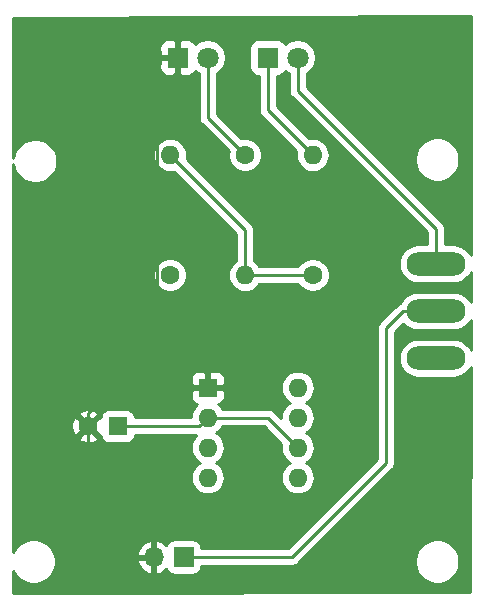
<source format=gbr>
G04 #@! TF.GenerationSoftware,KiCad,Pcbnew,(5.1.0)-1*
G04 #@! TF.CreationDate,2019-06-14T11:01:10+01:00*
G04 #@! TF.ProjectId,Fibre Tester,46696272-6520-4546-9573-7465722e6b69,rev?*
G04 #@! TF.SameCoordinates,Original*
G04 #@! TF.FileFunction,Copper,L2,Bot*
G04 #@! TF.FilePolarity,Positive*
%FSLAX46Y46*%
G04 Gerber Fmt 4.6, Leading zero omitted, Abs format (unit mm)*
G04 Created by KiCad (PCBNEW (5.1.0)-1) date 2019-06-14 11:01:10*
%MOMM*%
%LPD*%
G04 APERTURE LIST*
%ADD10O,1.700000X1.700000*%
%ADD11R,1.700000X1.700000*%
%ADD12O,1.600000X1.600000*%
%ADD13C,1.600000*%
%ADD14R,1.600000X1.600000*%
%ADD15R,1.800000X1.800000*%
%ADD16C,1.800000*%
%ADD17O,5.000000X2.000000*%
%ADD18C,0.250000*%
%ADD19C,0.254000*%
G04 APERTURE END LIST*
D10*
X122428000Y-80391000D03*
D11*
X124968000Y-80391000D03*
D12*
X130175000Y-56515000D03*
D13*
X130175000Y-46355000D03*
D12*
X135890000Y-46355000D03*
D13*
X135890000Y-56515000D03*
D12*
X123825000Y-46355000D03*
D13*
X123825000Y-56515000D03*
D14*
X119380000Y-69321001D03*
D13*
X116880000Y-69321001D03*
D15*
X132080000Y-38100000D03*
D16*
X134620000Y-38100000D03*
X127000000Y-38100000D03*
D15*
X124460000Y-38100000D03*
D14*
X127000000Y-66040000D03*
D12*
X134620000Y-73660000D03*
X127000000Y-68580000D03*
X134620000Y-71120000D03*
X127000000Y-71120000D03*
X134620000Y-68580000D03*
X127000000Y-73660000D03*
X134620000Y-66040000D03*
D17*
X146304000Y-63563000D03*
X146304000Y-59563000D03*
X146304000Y-55563000D03*
D18*
X127000000Y-64990000D02*
X127000000Y-66040000D01*
X122699999Y-60689999D02*
X127000000Y-64990000D01*
X122699999Y-41010001D02*
X122699999Y-60689999D01*
X124460000Y-39250000D02*
X122699999Y-41010001D01*
X124460000Y-38100000D02*
X124460000Y-39250000D01*
X122428000Y-80391000D02*
X121031000Y-80391000D01*
X116880000Y-76240000D02*
X116880000Y-69321001D01*
X121031000Y-80391000D02*
X116880000Y-76240000D01*
X117679999Y-68521002D02*
X117679999Y-65708001D01*
X116880000Y-69321001D02*
X117679999Y-68521002D01*
X116880000Y-68189631D02*
X122682000Y-62387631D01*
X116880000Y-69321001D02*
X116880000Y-68189631D01*
X122682000Y-60707998D02*
X122699999Y-60689999D01*
X122682000Y-62387631D02*
X122682000Y-60707998D01*
X145820000Y-59500000D02*
X147320000Y-59500000D01*
X134112000Y-80391000D02*
X124968000Y-80391000D01*
X142113000Y-72390000D02*
X134112000Y-80391000D01*
X142113000Y-61004000D02*
X142113000Y-72390000D01*
X143554000Y-59563000D02*
X142113000Y-61004000D01*
X146304000Y-59563000D02*
X143554000Y-59563000D01*
X126258999Y-69321001D02*
X127000000Y-68580000D01*
X119380000Y-69321001D02*
X126258999Y-69321001D01*
X132080000Y-68580000D02*
X134620000Y-71120000D01*
X127000000Y-68580000D02*
X132080000Y-68580000D01*
X132080000Y-42545000D02*
X132080000Y-38100000D01*
X135890000Y-46355000D02*
X132080000Y-42545000D01*
X145820000Y-55500000D02*
X147320000Y-55500000D01*
X134620000Y-38100000D02*
X134620000Y-40894000D01*
X146304000Y-52578000D02*
X146304000Y-55563000D01*
X134620000Y-40894000D02*
X146304000Y-52578000D01*
X127000000Y-43180000D02*
X127000000Y-38100000D01*
X130175000Y-46355000D02*
X127000000Y-43180000D01*
X134758630Y-56515000D02*
X130175000Y-56515000D01*
X135890000Y-56515000D02*
X134758630Y-56515000D01*
X130175000Y-52705000D02*
X123825000Y-46355000D01*
X130175000Y-56515000D02*
X130175000Y-52705000D01*
D19*
G36*
X149280607Y-54857120D02*
G01*
X149170031Y-54650248D01*
X148965714Y-54401286D01*
X148716752Y-54196969D01*
X148432715Y-54045148D01*
X148124516Y-53951657D01*
X147884322Y-53928000D01*
X147064000Y-53928000D01*
X147064000Y-52615322D01*
X147067676Y-52577999D01*
X147064000Y-52540676D01*
X147064000Y-52540667D01*
X147053003Y-52429014D01*
X147009546Y-52285753D01*
X146938974Y-52153724D01*
X146844001Y-52037999D01*
X146815004Y-52014202D01*
X141351146Y-46550344D01*
X144546000Y-46550344D01*
X144546000Y-46921656D01*
X144618439Y-47285834D01*
X144760534Y-47628882D01*
X144966825Y-47937618D01*
X145229382Y-48200175D01*
X145538118Y-48406466D01*
X145881166Y-48548561D01*
X146245344Y-48621000D01*
X146616656Y-48621000D01*
X146980834Y-48548561D01*
X147323882Y-48406466D01*
X147632618Y-48200175D01*
X147895175Y-47937618D01*
X148101466Y-47628882D01*
X148243561Y-47285834D01*
X148316000Y-46921656D01*
X148316000Y-46550344D01*
X148243561Y-46186166D01*
X148101466Y-45843118D01*
X147895175Y-45534382D01*
X147632618Y-45271825D01*
X147323882Y-45065534D01*
X146980834Y-44923439D01*
X146616656Y-44851000D01*
X146245344Y-44851000D01*
X145881166Y-44923439D01*
X145538118Y-45065534D01*
X145229382Y-45271825D01*
X144966825Y-45534382D01*
X144760534Y-45843118D01*
X144618439Y-46186166D01*
X144546000Y-46550344D01*
X141351146Y-46550344D01*
X135380000Y-40579199D01*
X135380000Y-39438313D01*
X135598505Y-39292312D01*
X135812312Y-39078505D01*
X135980299Y-38827095D01*
X136096011Y-38547743D01*
X136155000Y-38251184D01*
X136155000Y-37948816D01*
X136096011Y-37652257D01*
X135980299Y-37372905D01*
X135812312Y-37121495D01*
X135598505Y-36907688D01*
X135347095Y-36739701D01*
X135067743Y-36623989D01*
X134771184Y-36565000D01*
X134468816Y-36565000D01*
X134172257Y-36623989D01*
X133892905Y-36739701D01*
X133641495Y-36907688D01*
X133575056Y-36974127D01*
X133569502Y-36955820D01*
X133510537Y-36845506D01*
X133431185Y-36748815D01*
X133334494Y-36669463D01*
X133224180Y-36610498D01*
X133104482Y-36574188D01*
X132980000Y-36561928D01*
X131180000Y-36561928D01*
X131055518Y-36574188D01*
X130935820Y-36610498D01*
X130825506Y-36669463D01*
X130728815Y-36748815D01*
X130649463Y-36845506D01*
X130590498Y-36955820D01*
X130554188Y-37075518D01*
X130541928Y-37200000D01*
X130541928Y-39000000D01*
X130554188Y-39124482D01*
X130590498Y-39244180D01*
X130649463Y-39354494D01*
X130728815Y-39451185D01*
X130825506Y-39530537D01*
X130935820Y-39589502D01*
X131055518Y-39625812D01*
X131180000Y-39638072D01*
X131320001Y-39638072D01*
X131320000Y-42507677D01*
X131316324Y-42545000D01*
X131320000Y-42582322D01*
X131320000Y-42582332D01*
X131330997Y-42693985D01*
X131374454Y-42837246D01*
X131445026Y-42969276D01*
X131484871Y-43017826D01*
X131539999Y-43085001D01*
X131569003Y-43108804D01*
X134489292Y-46029094D01*
X134475764Y-46073691D01*
X134448057Y-46355000D01*
X134475764Y-46636309D01*
X134557818Y-46906808D01*
X134691068Y-47156101D01*
X134870392Y-47374608D01*
X135088899Y-47553932D01*
X135338192Y-47687182D01*
X135608691Y-47769236D01*
X135819508Y-47790000D01*
X135960492Y-47790000D01*
X136171309Y-47769236D01*
X136441808Y-47687182D01*
X136691101Y-47553932D01*
X136909608Y-47374608D01*
X137088932Y-47156101D01*
X137222182Y-46906808D01*
X137304236Y-46636309D01*
X137331943Y-46355000D01*
X137304236Y-46073691D01*
X137222182Y-45803192D01*
X137088932Y-45553899D01*
X136909608Y-45335392D01*
X136691101Y-45156068D01*
X136441808Y-45022818D01*
X136171309Y-44940764D01*
X135960492Y-44920000D01*
X135819508Y-44920000D01*
X135608691Y-44940764D01*
X135564094Y-44954292D01*
X132840000Y-42230199D01*
X132840000Y-39638072D01*
X132980000Y-39638072D01*
X133104482Y-39625812D01*
X133224180Y-39589502D01*
X133334494Y-39530537D01*
X133431185Y-39451185D01*
X133510537Y-39354494D01*
X133569502Y-39244180D01*
X133575056Y-39225873D01*
X133641495Y-39292312D01*
X133860000Y-39438313D01*
X133860001Y-40856668D01*
X133856324Y-40894000D01*
X133870998Y-41042985D01*
X133914454Y-41186246D01*
X133985026Y-41318276D01*
X134056201Y-41405002D01*
X134080000Y-41434001D01*
X134108998Y-41457799D01*
X145544000Y-52892802D01*
X145544000Y-53928000D01*
X144723678Y-53928000D01*
X144483484Y-53951657D01*
X144175285Y-54045148D01*
X143891248Y-54196969D01*
X143642286Y-54401286D01*
X143437969Y-54650248D01*
X143286148Y-54934285D01*
X143192657Y-55242484D01*
X143161089Y-55563000D01*
X143192657Y-55883516D01*
X143286148Y-56191715D01*
X143437969Y-56475752D01*
X143642286Y-56724714D01*
X143891248Y-56929031D01*
X144175285Y-57080852D01*
X144483484Y-57174343D01*
X144723678Y-57198000D01*
X147884322Y-57198000D01*
X148124516Y-57174343D01*
X148432715Y-57080852D01*
X148716752Y-56929031D01*
X148965714Y-56724714D01*
X149170031Y-56475752D01*
X149277850Y-56274037D01*
X149272853Y-58842614D01*
X149170031Y-58650248D01*
X148965714Y-58401286D01*
X148716752Y-58196969D01*
X148432715Y-58045148D01*
X148124516Y-57951657D01*
X147884322Y-57928000D01*
X144723678Y-57928000D01*
X144483484Y-57951657D01*
X144175285Y-58045148D01*
X143891248Y-58196969D01*
X143642286Y-58401286D01*
X143437969Y-58650248D01*
X143339883Y-58833754D01*
X143261753Y-58857454D01*
X143129724Y-58928026D01*
X143013999Y-59022999D01*
X142990201Y-59051997D01*
X141602003Y-60440196D01*
X141572999Y-60463999D01*
X141517871Y-60531174D01*
X141478026Y-60579724D01*
X141407455Y-60711753D01*
X141407454Y-60711754D01*
X141363997Y-60855015D01*
X141353000Y-60966668D01*
X141353000Y-60966678D01*
X141349324Y-61004000D01*
X141353000Y-61041322D01*
X141353001Y-72075197D01*
X133797199Y-79631000D01*
X126456072Y-79631000D01*
X126456072Y-79541000D01*
X126443812Y-79416518D01*
X126407502Y-79296820D01*
X126348537Y-79186506D01*
X126269185Y-79089815D01*
X126172494Y-79010463D01*
X126062180Y-78951498D01*
X125942482Y-78915188D01*
X125818000Y-78902928D01*
X124118000Y-78902928D01*
X123993518Y-78915188D01*
X123873820Y-78951498D01*
X123763506Y-79010463D01*
X123666815Y-79089815D01*
X123587463Y-79186506D01*
X123528498Y-79296820D01*
X123504034Y-79377466D01*
X123428269Y-79293412D01*
X123194920Y-79119359D01*
X122932099Y-78994175D01*
X122784890Y-78949524D01*
X122555000Y-79070845D01*
X122555000Y-80264000D01*
X122575000Y-80264000D01*
X122575000Y-80518000D01*
X122555000Y-80518000D01*
X122555000Y-81711155D01*
X122784890Y-81832476D01*
X122932099Y-81787825D01*
X123194920Y-81662641D01*
X123428269Y-81488588D01*
X123504034Y-81404534D01*
X123528498Y-81485180D01*
X123587463Y-81595494D01*
X123666815Y-81692185D01*
X123763506Y-81771537D01*
X123873820Y-81830502D01*
X123993518Y-81866812D01*
X124118000Y-81879072D01*
X125818000Y-81879072D01*
X125942482Y-81866812D01*
X126062180Y-81830502D01*
X126172494Y-81771537D01*
X126269185Y-81692185D01*
X126348537Y-81595494D01*
X126407502Y-81485180D01*
X126443812Y-81365482D01*
X126456072Y-81241000D01*
X126456072Y-81151000D01*
X134074678Y-81151000D01*
X134112000Y-81154676D01*
X134149322Y-81151000D01*
X134149333Y-81151000D01*
X134260986Y-81140003D01*
X134404247Y-81096546D01*
X134536276Y-81025974D01*
X134652001Y-80931001D01*
X134675804Y-80901997D01*
X134991457Y-80586344D01*
X144546000Y-80586344D01*
X144546000Y-80957656D01*
X144618439Y-81321834D01*
X144760534Y-81664882D01*
X144966825Y-81973618D01*
X145229382Y-82236175D01*
X145538118Y-82442466D01*
X145881166Y-82584561D01*
X146245344Y-82657000D01*
X146616656Y-82657000D01*
X146980834Y-82584561D01*
X147323882Y-82442466D01*
X147632618Y-82236175D01*
X147895175Y-81973618D01*
X148101466Y-81664882D01*
X148243561Y-81321834D01*
X148316000Y-80957656D01*
X148316000Y-80586344D01*
X148243561Y-80222166D01*
X148101466Y-79879118D01*
X147895175Y-79570382D01*
X147632618Y-79307825D01*
X147323882Y-79101534D01*
X146980834Y-78959439D01*
X146616656Y-78887000D01*
X146245344Y-78887000D01*
X145881166Y-78959439D01*
X145538118Y-79101534D01*
X145229382Y-79307825D01*
X144966825Y-79570382D01*
X144760534Y-79879118D01*
X144618439Y-80222166D01*
X144546000Y-80586344D01*
X134991457Y-80586344D01*
X142624003Y-72953799D01*
X142653001Y-72930001D01*
X142747974Y-72814276D01*
X142818546Y-72682247D01*
X142862003Y-72538986D01*
X142873000Y-72427333D01*
X142873000Y-72427325D01*
X142876676Y-72390000D01*
X142873000Y-72352675D01*
X142873000Y-61318801D01*
X143563315Y-60628487D01*
X143642286Y-60724714D01*
X143891248Y-60929031D01*
X144175285Y-61080852D01*
X144483484Y-61174343D01*
X144723678Y-61198000D01*
X147884322Y-61198000D01*
X148124516Y-61174343D01*
X148432715Y-61080852D01*
X148716752Y-60929031D01*
X148965714Y-60724714D01*
X149170031Y-60475752D01*
X149270039Y-60288650D01*
X149265099Y-62828107D01*
X149170031Y-62650248D01*
X148965714Y-62401286D01*
X148716752Y-62196969D01*
X148432715Y-62045148D01*
X148124516Y-61951657D01*
X147884322Y-61928000D01*
X144723678Y-61928000D01*
X144483484Y-61951657D01*
X144175285Y-62045148D01*
X143891248Y-62196969D01*
X143642286Y-62401286D01*
X143437969Y-62650248D01*
X143286148Y-62934285D01*
X143192657Y-63242484D01*
X143161089Y-63563000D01*
X143192657Y-63883516D01*
X143286148Y-64191715D01*
X143437969Y-64475752D01*
X143642286Y-64724714D01*
X143891248Y-64929031D01*
X144175285Y-65080852D01*
X144483484Y-65174343D01*
X144723678Y-65198000D01*
X147884322Y-65198000D01*
X148124516Y-65174343D01*
X148432715Y-65080852D01*
X148716752Y-64929031D01*
X148965714Y-64724714D01*
X149170031Y-64475752D01*
X149262229Y-64303262D01*
X149225246Y-83312413D01*
X110553417Y-83438586D01*
X110552196Y-81555426D01*
X110597534Y-81664882D01*
X110803825Y-81973618D01*
X111066382Y-82236175D01*
X111375118Y-82442466D01*
X111718166Y-82584561D01*
X112082344Y-82657000D01*
X112453656Y-82657000D01*
X112817834Y-82584561D01*
X113160882Y-82442466D01*
X113469618Y-82236175D01*
X113732175Y-81973618D01*
X113938466Y-81664882D01*
X114080561Y-81321834D01*
X114153000Y-80957656D01*
X114153000Y-80747891D01*
X120986519Y-80747891D01*
X121083843Y-81022252D01*
X121232822Y-81272355D01*
X121427731Y-81488588D01*
X121661080Y-81662641D01*
X121923901Y-81787825D01*
X122071110Y-81832476D01*
X122301000Y-81711155D01*
X122301000Y-80518000D01*
X121107186Y-80518000D01*
X120986519Y-80747891D01*
X114153000Y-80747891D01*
X114153000Y-80586344D01*
X114080561Y-80222166D01*
X114002666Y-80034109D01*
X120986519Y-80034109D01*
X121107186Y-80264000D01*
X122301000Y-80264000D01*
X122301000Y-79070845D01*
X122071110Y-78949524D01*
X121923901Y-78994175D01*
X121661080Y-79119359D01*
X121427731Y-79293412D01*
X121232822Y-79509645D01*
X121083843Y-79759748D01*
X120986519Y-80034109D01*
X114002666Y-80034109D01*
X113938466Y-79879118D01*
X113732175Y-79570382D01*
X113469618Y-79307825D01*
X113160882Y-79101534D01*
X112817834Y-78959439D01*
X112453656Y-78887000D01*
X112082344Y-78887000D01*
X111718166Y-78959439D01*
X111375118Y-79101534D01*
X111066382Y-79307825D01*
X110803825Y-79570382D01*
X110597534Y-79879118D01*
X110551181Y-79991024D01*
X110544906Y-70313703D01*
X116066903Y-70313703D01*
X116138486Y-70557672D01*
X116393996Y-70678572D01*
X116668184Y-70747301D01*
X116950512Y-70761218D01*
X117230130Y-70719788D01*
X117496292Y-70624604D01*
X117621514Y-70557672D01*
X117693097Y-70313703D01*
X116880000Y-69500606D01*
X116066903Y-70313703D01*
X110544906Y-70313703D01*
X110544308Y-69391513D01*
X115439783Y-69391513D01*
X115481213Y-69671131D01*
X115576397Y-69937293D01*
X115643329Y-70062515D01*
X115887298Y-70134098D01*
X116700395Y-69321001D01*
X117059605Y-69321001D01*
X117872702Y-70134098D01*
X117941928Y-70113786D01*
X117941928Y-70121001D01*
X117954188Y-70245483D01*
X117990498Y-70365181D01*
X118049463Y-70475495D01*
X118128815Y-70572186D01*
X118225506Y-70651538D01*
X118335820Y-70710503D01*
X118455518Y-70746813D01*
X118580000Y-70759073D01*
X120180000Y-70759073D01*
X120304482Y-70746813D01*
X120424180Y-70710503D01*
X120534494Y-70651538D01*
X120631185Y-70572186D01*
X120710537Y-70475495D01*
X120769502Y-70365181D01*
X120805812Y-70245483D01*
X120818072Y-70121001D01*
X120818072Y-70081001D01*
X126004020Y-70081001D01*
X125980392Y-70100392D01*
X125801068Y-70318899D01*
X125667818Y-70568192D01*
X125585764Y-70838691D01*
X125558057Y-71120000D01*
X125585764Y-71401309D01*
X125667818Y-71671808D01*
X125801068Y-71921101D01*
X125980392Y-72139608D01*
X126198899Y-72318932D01*
X126331858Y-72390000D01*
X126198899Y-72461068D01*
X125980392Y-72640392D01*
X125801068Y-72858899D01*
X125667818Y-73108192D01*
X125585764Y-73378691D01*
X125558057Y-73660000D01*
X125585764Y-73941309D01*
X125667818Y-74211808D01*
X125801068Y-74461101D01*
X125980392Y-74679608D01*
X126198899Y-74858932D01*
X126448192Y-74992182D01*
X126718691Y-75074236D01*
X126929508Y-75095000D01*
X127070492Y-75095000D01*
X127281309Y-75074236D01*
X127551808Y-74992182D01*
X127801101Y-74858932D01*
X128019608Y-74679608D01*
X128198932Y-74461101D01*
X128332182Y-74211808D01*
X128414236Y-73941309D01*
X128441943Y-73660000D01*
X128414236Y-73378691D01*
X128332182Y-73108192D01*
X128198932Y-72858899D01*
X128019608Y-72640392D01*
X127801101Y-72461068D01*
X127668142Y-72390000D01*
X127801101Y-72318932D01*
X128019608Y-72139608D01*
X128198932Y-71921101D01*
X128332182Y-71671808D01*
X128414236Y-71401309D01*
X128441943Y-71120000D01*
X128414236Y-70838691D01*
X128332182Y-70568192D01*
X128198932Y-70318899D01*
X128019608Y-70100392D01*
X127801101Y-69921068D01*
X127668142Y-69850000D01*
X127801101Y-69778932D01*
X128019608Y-69599608D01*
X128198932Y-69381101D01*
X128220901Y-69340000D01*
X131765199Y-69340000D01*
X133219292Y-70794094D01*
X133205764Y-70838691D01*
X133178057Y-71120000D01*
X133205764Y-71401309D01*
X133287818Y-71671808D01*
X133421068Y-71921101D01*
X133600392Y-72139608D01*
X133818899Y-72318932D01*
X133951858Y-72390000D01*
X133818899Y-72461068D01*
X133600392Y-72640392D01*
X133421068Y-72858899D01*
X133287818Y-73108192D01*
X133205764Y-73378691D01*
X133178057Y-73660000D01*
X133205764Y-73941309D01*
X133287818Y-74211808D01*
X133421068Y-74461101D01*
X133600392Y-74679608D01*
X133818899Y-74858932D01*
X134068192Y-74992182D01*
X134338691Y-75074236D01*
X134549508Y-75095000D01*
X134690492Y-75095000D01*
X134901309Y-75074236D01*
X135171808Y-74992182D01*
X135421101Y-74858932D01*
X135639608Y-74679608D01*
X135818932Y-74461101D01*
X135952182Y-74211808D01*
X136034236Y-73941309D01*
X136061943Y-73660000D01*
X136034236Y-73378691D01*
X135952182Y-73108192D01*
X135818932Y-72858899D01*
X135639608Y-72640392D01*
X135421101Y-72461068D01*
X135288142Y-72390000D01*
X135421101Y-72318932D01*
X135639608Y-72139608D01*
X135818932Y-71921101D01*
X135952182Y-71671808D01*
X136034236Y-71401309D01*
X136061943Y-71120000D01*
X136034236Y-70838691D01*
X135952182Y-70568192D01*
X135818932Y-70318899D01*
X135639608Y-70100392D01*
X135421101Y-69921068D01*
X135288142Y-69850000D01*
X135421101Y-69778932D01*
X135639608Y-69599608D01*
X135818932Y-69381101D01*
X135952182Y-69131808D01*
X136034236Y-68861309D01*
X136061943Y-68580000D01*
X136034236Y-68298691D01*
X135952182Y-68028192D01*
X135818932Y-67778899D01*
X135639608Y-67560392D01*
X135421101Y-67381068D01*
X135288142Y-67310000D01*
X135421101Y-67238932D01*
X135639608Y-67059608D01*
X135818932Y-66841101D01*
X135952182Y-66591808D01*
X136034236Y-66321309D01*
X136061943Y-66040000D01*
X136034236Y-65758691D01*
X135952182Y-65488192D01*
X135818932Y-65238899D01*
X135639608Y-65020392D01*
X135421101Y-64841068D01*
X135171808Y-64707818D01*
X134901309Y-64625764D01*
X134690492Y-64605000D01*
X134549508Y-64605000D01*
X134338691Y-64625764D01*
X134068192Y-64707818D01*
X133818899Y-64841068D01*
X133600392Y-65020392D01*
X133421068Y-65238899D01*
X133287818Y-65488192D01*
X133205764Y-65758691D01*
X133178057Y-66040000D01*
X133205764Y-66321309D01*
X133287818Y-66591808D01*
X133421068Y-66841101D01*
X133600392Y-67059608D01*
X133818899Y-67238932D01*
X133951858Y-67310000D01*
X133818899Y-67381068D01*
X133600392Y-67560392D01*
X133421068Y-67778899D01*
X133287818Y-68028192D01*
X133205764Y-68298691D01*
X133178057Y-68580000D01*
X133180598Y-68605796D01*
X132643804Y-68069003D01*
X132620001Y-68039999D01*
X132504276Y-67945026D01*
X132372247Y-67874454D01*
X132228986Y-67830997D01*
X132117333Y-67820000D01*
X132117322Y-67820000D01*
X132080000Y-67816324D01*
X132042678Y-67820000D01*
X128220901Y-67820000D01*
X128198932Y-67778899D01*
X128019608Y-67560392D01*
X127906518Y-67467581D01*
X127924482Y-67465812D01*
X128044180Y-67429502D01*
X128154494Y-67370537D01*
X128251185Y-67291185D01*
X128330537Y-67194494D01*
X128389502Y-67084180D01*
X128425812Y-66964482D01*
X128438072Y-66840000D01*
X128435000Y-66325750D01*
X128276250Y-66167000D01*
X127127000Y-66167000D01*
X127127000Y-66187000D01*
X126873000Y-66187000D01*
X126873000Y-66167000D01*
X125723750Y-66167000D01*
X125565000Y-66325750D01*
X125561928Y-66840000D01*
X125574188Y-66964482D01*
X125610498Y-67084180D01*
X125669463Y-67194494D01*
X125748815Y-67291185D01*
X125845506Y-67370537D01*
X125955820Y-67429502D01*
X126075518Y-67465812D01*
X126093482Y-67467581D01*
X125980392Y-67560392D01*
X125801068Y-67778899D01*
X125667818Y-68028192D01*
X125585764Y-68298691D01*
X125559928Y-68561001D01*
X120818072Y-68561001D01*
X120818072Y-68521001D01*
X120805812Y-68396519D01*
X120769502Y-68276821D01*
X120710537Y-68166507D01*
X120631185Y-68069816D01*
X120534494Y-67990464D01*
X120424180Y-67931499D01*
X120304482Y-67895189D01*
X120180000Y-67882929D01*
X118580000Y-67882929D01*
X118455518Y-67895189D01*
X118335820Y-67931499D01*
X118225506Y-67990464D01*
X118128815Y-68069816D01*
X118049463Y-68166507D01*
X117990498Y-68276821D01*
X117954188Y-68396519D01*
X117941928Y-68521001D01*
X117941928Y-68528216D01*
X117872702Y-68507904D01*
X117059605Y-69321001D01*
X116700395Y-69321001D01*
X115887298Y-68507904D01*
X115643329Y-68579487D01*
X115522429Y-68834997D01*
X115453700Y-69109185D01*
X115439783Y-69391513D01*
X110544308Y-69391513D01*
X110543619Y-68328299D01*
X116066903Y-68328299D01*
X116880000Y-69141396D01*
X117693097Y-68328299D01*
X117621514Y-68084330D01*
X117366004Y-67963430D01*
X117091816Y-67894701D01*
X116809488Y-67880784D01*
X116529870Y-67922214D01*
X116263708Y-68017398D01*
X116138486Y-68084330D01*
X116066903Y-68328299D01*
X110543619Y-68328299D01*
X110541617Y-65240000D01*
X125561928Y-65240000D01*
X125565000Y-65754250D01*
X125723750Y-65913000D01*
X126873000Y-65913000D01*
X126873000Y-64763750D01*
X127127000Y-64763750D01*
X127127000Y-65913000D01*
X128276250Y-65913000D01*
X128435000Y-65754250D01*
X128438072Y-65240000D01*
X128425812Y-65115518D01*
X128389502Y-64995820D01*
X128330537Y-64885506D01*
X128251185Y-64788815D01*
X128154494Y-64709463D01*
X128044180Y-64650498D01*
X127924482Y-64614188D01*
X127800000Y-64601928D01*
X127285750Y-64605000D01*
X127127000Y-64763750D01*
X126873000Y-64763750D01*
X126714250Y-64605000D01*
X126200000Y-64601928D01*
X126075518Y-64614188D01*
X125955820Y-64650498D01*
X125845506Y-64709463D01*
X125748815Y-64788815D01*
X125669463Y-64885506D01*
X125610498Y-64995820D01*
X125574188Y-65115518D01*
X125561928Y-65240000D01*
X110541617Y-65240000D01*
X110535866Y-56373665D01*
X122390000Y-56373665D01*
X122390000Y-56656335D01*
X122445147Y-56933574D01*
X122553320Y-57194727D01*
X122710363Y-57429759D01*
X122910241Y-57629637D01*
X123145273Y-57786680D01*
X123406426Y-57894853D01*
X123683665Y-57950000D01*
X123966335Y-57950000D01*
X124243574Y-57894853D01*
X124504727Y-57786680D01*
X124739759Y-57629637D01*
X124939637Y-57429759D01*
X125096680Y-57194727D01*
X125204853Y-56933574D01*
X125260000Y-56656335D01*
X125260000Y-56373665D01*
X125204853Y-56096426D01*
X125096680Y-55835273D01*
X124939637Y-55600241D01*
X124739759Y-55400363D01*
X124504727Y-55243320D01*
X124243574Y-55135147D01*
X123966335Y-55080000D01*
X123683665Y-55080000D01*
X123406426Y-55135147D01*
X123145273Y-55243320D01*
X122910241Y-55400363D01*
X122710363Y-55600241D01*
X122553320Y-55835273D01*
X122445147Y-56096426D01*
X122390000Y-56373665D01*
X110535866Y-56373665D01*
X110529883Y-47148615D01*
X110582439Y-47412834D01*
X110724534Y-47755882D01*
X110930825Y-48064618D01*
X111193382Y-48327175D01*
X111502118Y-48533466D01*
X111845166Y-48675561D01*
X112209344Y-48748000D01*
X112580656Y-48748000D01*
X112944834Y-48675561D01*
X113287882Y-48533466D01*
X113596618Y-48327175D01*
X113859175Y-48064618D01*
X114065466Y-47755882D01*
X114207561Y-47412834D01*
X114280000Y-47048656D01*
X114280000Y-46677344D01*
X114215883Y-46355000D01*
X122383057Y-46355000D01*
X122410764Y-46636309D01*
X122492818Y-46906808D01*
X122626068Y-47156101D01*
X122805392Y-47374608D01*
X123023899Y-47553932D01*
X123273192Y-47687182D01*
X123543691Y-47769236D01*
X123754508Y-47790000D01*
X123895492Y-47790000D01*
X124106309Y-47769236D01*
X124150907Y-47755708D01*
X129415001Y-53019803D01*
X129415000Y-55294099D01*
X129373899Y-55316068D01*
X129155392Y-55495392D01*
X128976068Y-55713899D01*
X128842818Y-55963192D01*
X128760764Y-56233691D01*
X128733057Y-56515000D01*
X128760764Y-56796309D01*
X128842818Y-57066808D01*
X128976068Y-57316101D01*
X129155392Y-57534608D01*
X129373899Y-57713932D01*
X129623192Y-57847182D01*
X129893691Y-57929236D01*
X130104508Y-57950000D01*
X130245492Y-57950000D01*
X130456309Y-57929236D01*
X130726808Y-57847182D01*
X130976101Y-57713932D01*
X131194608Y-57534608D01*
X131373932Y-57316101D01*
X131395901Y-57275000D01*
X134671957Y-57275000D01*
X134775363Y-57429759D01*
X134975241Y-57629637D01*
X135210273Y-57786680D01*
X135471426Y-57894853D01*
X135748665Y-57950000D01*
X136031335Y-57950000D01*
X136308574Y-57894853D01*
X136569727Y-57786680D01*
X136804759Y-57629637D01*
X137004637Y-57429759D01*
X137161680Y-57194727D01*
X137269853Y-56933574D01*
X137325000Y-56656335D01*
X137325000Y-56373665D01*
X137269853Y-56096426D01*
X137161680Y-55835273D01*
X137004637Y-55600241D01*
X136804759Y-55400363D01*
X136569727Y-55243320D01*
X136308574Y-55135147D01*
X136031335Y-55080000D01*
X135748665Y-55080000D01*
X135471426Y-55135147D01*
X135210273Y-55243320D01*
X134975241Y-55400363D01*
X134775363Y-55600241D01*
X134671957Y-55755000D01*
X131395901Y-55755000D01*
X131373932Y-55713899D01*
X131194608Y-55495392D01*
X130976101Y-55316068D01*
X130935000Y-55294099D01*
X130935000Y-52742322D01*
X130938676Y-52704999D01*
X130935000Y-52667676D01*
X130935000Y-52667667D01*
X130924003Y-52556014D01*
X130880546Y-52412753D01*
X130812663Y-52285754D01*
X130809974Y-52280723D01*
X130738799Y-52193997D01*
X130715001Y-52164999D01*
X130686003Y-52141201D01*
X125225708Y-46680907D01*
X125239236Y-46636309D01*
X125266943Y-46355000D01*
X125239236Y-46073691D01*
X125157182Y-45803192D01*
X125023932Y-45553899D01*
X124844608Y-45335392D01*
X124626101Y-45156068D01*
X124376808Y-45022818D01*
X124106309Y-44940764D01*
X123895492Y-44920000D01*
X123754508Y-44920000D01*
X123543691Y-44940764D01*
X123273192Y-45022818D01*
X123023899Y-45156068D01*
X122805392Y-45335392D01*
X122626068Y-45553899D01*
X122492818Y-45803192D01*
X122410764Y-46073691D01*
X122383057Y-46355000D01*
X114215883Y-46355000D01*
X114207561Y-46313166D01*
X114065466Y-45970118D01*
X113859175Y-45661382D01*
X113596618Y-45398825D01*
X113287882Y-45192534D01*
X112944834Y-45050439D01*
X112580656Y-44978000D01*
X112209344Y-44978000D01*
X111845166Y-45050439D01*
X111502118Y-45192534D01*
X111193382Y-45398825D01*
X110930825Y-45661382D01*
X110724534Y-45970118D01*
X110582439Y-46313166D01*
X110529514Y-46579242D01*
X110524599Y-39000000D01*
X122921928Y-39000000D01*
X122934188Y-39124482D01*
X122970498Y-39244180D01*
X123029463Y-39354494D01*
X123108815Y-39451185D01*
X123205506Y-39530537D01*
X123315820Y-39589502D01*
X123435518Y-39625812D01*
X123560000Y-39638072D01*
X124174250Y-39635000D01*
X124333000Y-39476250D01*
X124333000Y-38227000D01*
X123083750Y-38227000D01*
X122925000Y-38385750D01*
X122921928Y-39000000D01*
X110524599Y-39000000D01*
X110523432Y-37200000D01*
X122921928Y-37200000D01*
X122925000Y-37814250D01*
X123083750Y-37973000D01*
X124333000Y-37973000D01*
X124333000Y-36723750D01*
X124587000Y-36723750D01*
X124587000Y-37973000D01*
X124607000Y-37973000D01*
X124607000Y-38227000D01*
X124587000Y-38227000D01*
X124587000Y-39476250D01*
X124745750Y-39635000D01*
X125360000Y-39638072D01*
X125484482Y-39625812D01*
X125604180Y-39589502D01*
X125714494Y-39530537D01*
X125811185Y-39451185D01*
X125890537Y-39354494D01*
X125949502Y-39244180D01*
X125955056Y-39225873D01*
X126021495Y-39292312D01*
X126240001Y-39438313D01*
X126240000Y-43142677D01*
X126236324Y-43180000D01*
X126240000Y-43217322D01*
X126240000Y-43217332D01*
X126250997Y-43328985D01*
X126294454Y-43472246D01*
X126365026Y-43604276D01*
X126404871Y-43652826D01*
X126459999Y-43720001D01*
X126489003Y-43743804D01*
X128776312Y-46031114D01*
X128740000Y-46213665D01*
X128740000Y-46496335D01*
X128795147Y-46773574D01*
X128903320Y-47034727D01*
X129060363Y-47269759D01*
X129260241Y-47469637D01*
X129495273Y-47626680D01*
X129756426Y-47734853D01*
X130033665Y-47790000D01*
X130316335Y-47790000D01*
X130593574Y-47734853D01*
X130854727Y-47626680D01*
X131089759Y-47469637D01*
X131289637Y-47269759D01*
X131446680Y-47034727D01*
X131554853Y-46773574D01*
X131610000Y-46496335D01*
X131610000Y-46213665D01*
X131554853Y-45936426D01*
X131446680Y-45675273D01*
X131289637Y-45440241D01*
X131089759Y-45240363D01*
X130854727Y-45083320D01*
X130593574Y-44975147D01*
X130316335Y-44920000D01*
X130033665Y-44920000D01*
X129851114Y-44956312D01*
X127760000Y-42865199D01*
X127760000Y-39438313D01*
X127978505Y-39292312D01*
X128192312Y-39078505D01*
X128360299Y-38827095D01*
X128476011Y-38547743D01*
X128535000Y-38251184D01*
X128535000Y-37948816D01*
X128476011Y-37652257D01*
X128360299Y-37372905D01*
X128192312Y-37121495D01*
X127978505Y-36907688D01*
X127727095Y-36739701D01*
X127447743Y-36623989D01*
X127151184Y-36565000D01*
X126848816Y-36565000D01*
X126552257Y-36623989D01*
X126272905Y-36739701D01*
X126021495Y-36907688D01*
X125955056Y-36974127D01*
X125949502Y-36955820D01*
X125890537Y-36845506D01*
X125811185Y-36748815D01*
X125714494Y-36669463D01*
X125604180Y-36610498D01*
X125484482Y-36574188D01*
X125360000Y-36561928D01*
X124745750Y-36565000D01*
X124587000Y-36723750D01*
X124333000Y-36723750D01*
X124174250Y-36565000D01*
X123560000Y-36561928D01*
X123435518Y-36574188D01*
X123315820Y-36610498D01*
X123205506Y-36669463D01*
X123108815Y-36748815D01*
X123029463Y-36845506D01*
X122970498Y-36955820D01*
X122934188Y-37075518D01*
X122921928Y-37200000D01*
X110523432Y-37200000D01*
X110521832Y-34734087D01*
X149320002Y-34607914D01*
X149280607Y-54857120D01*
X149280607Y-54857120D01*
G37*
X149280607Y-54857120D02*
X149170031Y-54650248D01*
X148965714Y-54401286D01*
X148716752Y-54196969D01*
X148432715Y-54045148D01*
X148124516Y-53951657D01*
X147884322Y-53928000D01*
X147064000Y-53928000D01*
X147064000Y-52615322D01*
X147067676Y-52577999D01*
X147064000Y-52540676D01*
X147064000Y-52540667D01*
X147053003Y-52429014D01*
X147009546Y-52285753D01*
X146938974Y-52153724D01*
X146844001Y-52037999D01*
X146815004Y-52014202D01*
X141351146Y-46550344D01*
X144546000Y-46550344D01*
X144546000Y-46921656D01*
X144618439Y-47285834D01*
X144760534Y-47628882D01*
X144966825Y-47937618D01*
X145229382Y-48200175D01*
X145538118Y-48406466D01*
X145881166Y-48548561D01*
X146245344Y-48621000D01*
X146616656Y-48621000D01*
X146980834Y-48548561D01*
X147323882Y-48406466D01*
X147632618Y-48200175D01*
X147895175Y-47937618D01*
X148101466Y-47628882D01*
X148243561Y-47285834D01*
X148316000Y-46921656D01*
X148316000Y-46550344D01*
X148243561Y-46186166D01*
X148101466Y-45843118D01*
X147895175Y-45534382D01*
X147632618Y-45271825D01*
X147323882Y-45065534D01*
X146980834Y-44923439D01*
X146616656Y-44851000D01*
X146245344Y-44851000D01*
X145881166Y-44923439D01*
X145538118Y-45065534D01*
X145229382Y-45271825D01*
X144966825Y-45534382D01*
X144760534Y-45843118D01*
X144618439Y-46186166D01*
X144546000Y-46550344D01*
X141351146Y-46550344D01*
X135380000Y-40579199D01*
X135380000Y-39438313D01*
X135598505Y-39292312D01*
X135812312Y-39078505D01*
X135980299Y-38827095D01*
X136096011Y-38547743D01*
X136155000Y-38251184D01*
X136155000Y-37948816D01*
X136096011Y-37652257D01*
X135980299Y-37372905D01*
X135812312Y-37121495D01*
X135598505Y-36907688D01*
X135347095Y-36739701D01*
X135067743Y-36623989D01*
X134771184Y-36565000D01*
X134468816Y-36565000D01*
X134172257Y-36623989D01*
X133892905Y-36739701D01*
X133641495Y-36907688D01*
X133575056Y-36974127D01*
X133569502Y-36955820D01*
X133510537Y-36845506D01*
X133431185Y-36748815D01*
X133334494Y-36669463D01*
X133224180Y-36610498D01*
X133104482Y-36574188D01*
X132980000Y-36561928D01*
X131180000Y-36561928D01*
X131055518Y-36574188D01*
X130935820Y-36610498D01*
X130825506Y-36669463D01*
X130728815Y-36748815D01*
X130649463Y-36845506D01*
X130590498Y-36955820D01*
X130554188Y-37075518D01*
X130541928Y-37200000D01*
X130541928Y-39000000D01*
X130554188Y-39124482D01*
X130590498Y-39244180D01*
X130649463Y-39354494D01*
X130728815Y-39451185D01*
X130825506Y-39530537D01*
X130935820Y-39589502D01*
X131055518Y-39625812D01*
X131180000Y-39638072D01*
X131320001Y-39638072D01*
X131320000Y-42507677D01*
X131316324Y-42545000D01*
X131320000Y-42582322D01*
X131320000Y-42582332D01*
X131330997Y-42693985D01*
X131374454Y-42837246D01*
X131445026Y-42969276D01*
X131484871Y-43017826D01*
X131539999Y-43085001D01*
X131569003Y-43108804D01*
X134489292Y-46029094D01*
X134475764Y-46073691D01*
X134448057Y-46355000D01*
X134475764Y-46636309D01*
X134557818Y-46906808D01*
X134691068Y-47156101D01*
X134870392Y-47374608D01*
X135088899Y-47553932D01*
X135338192Y-47687182D01*
X135608691Y-47769236D01*
X135819508Y-47790000D01*
X135960492Y-47790000D01*
X136171309Y-47769236D01*
X136441808Y-47687182D01*
X136691101Y-47553932D01*
X136909608Y-47374608D01*
X137088932Y-47156101D01*
X137222182Y-46906808D01*
X137304236Y-46636309D01*
X137331943Y-46355000D01*
X137304236Y-46073691D01*
X137222182Y-45803192D01*
X137088932Y-45553899D01*
X136909608Y-45335392D01*
X136691101Y-45156068D01*
X136441808Y-45022818D01*
X136171309Y-44940764D01*
X135960492Y-44920000D01*
X135819508Y-44920000D01*
X135608691Y-44940764D01*
X135564094Y-44954292D01*
X132840000Y-42230199D01*
X132840000Y-39638072D01*
X132980000Y-39638072D01*
X133104482Y-39625812D01*
X133224180Y-39589502D01*
X133334494Y-39530537D01*
X133431185Y-39451185D01*
X133510537Y-39354494D01*
X133569502Y-39244180D01*
X133575056Y-39225873D01*
X133641495Y-39292312D01*
X133860000Y-39438313D01*
X133860001Y-40856668D01*
X133856324Y-40894000D01*
X133870998Y-41042985D01*
X133914454Y-41186246D01*
X133985026Y-41318276D01*
X134056201Y-41405002D01*
X134080000Y-41434001D01*
X134108998Y-41457799D01*
X145544000Y-52892802D01*
X145544000Y-53928000D01*
X144723678Y-53928000D01*
X144483484Y-53951657D01*
X144175285Y-54045148D01*
X143891248Y-54196969D01*
X143642286Y-54401286D01*
X143437969Y-54650248D01*
X143286148Y-54934285D01*
X143192657Y-55242484D01*
X143161089Y-55563000D01*
X143192657Y-55883516D01*
X143286148Y-56191715D01*
X143437969Y-56475752D01*
X143642286Y-56724714D01*
X143891248Y-56929031D01*
X144175285Y-57080852D01*
X144483484Y-57174343D01*
X144723678Y-57198000D01*
X147884322Y-57198000D01*
X148124516Y-57174343D01*
X148432715Y-57080852D01*
X148716752Y-56929031D01*
X148965714Y-56724714D01*
X149170031Y-56475752D01*
X149277850Y-56274037D01*
X149272853Y-58842614D01*
X149170031Y-58650248D01*
X148965714Y-58401286D01*
X148716752Y-58196969D01*
X148432715Y-58045148D01*
X148124516Y-57951657D01*
X147884322Y-57928000D01*
X144723678Y-57928000D01*
X144483484Y-57951657D01*
X144175285Y-58045148D01*
X143891248Y-58196969D01*
X143642286Y-58401286D01*
X143437969Y-58650248D01*
X143339883Y-58833754D01*
X143261753Y-58857454D01*
X143129724Y-58928026D01*
X143013999Y-59022999D01*
X142990201Y-59051997D01*
X141602003Y-60440196D01*
X141572999Y-60463999D01*
X141517871Y-60531174D01*
X141478026Y-60579724D01*
X141407455Y-60711753D01*
X141407454Y-60711754D01*
X141363997Y-60855015D01*
X141353000Y-60966668D01*
X141353000Y-60966678D01*
X141349324Y-61004000D01*
X141353000Y-61041322D01*
X141353001Y-72075197D01*
X133797199Y-79631000D01*
X126456072Y-79631000D01*
X126456072Y-79541000D01*
X126443812Y-79416518D01*
X126407502Y-79296820D01*
X126348537Y-79186506D01*
X126269185Y-79089815D01*
X126172494Y-79010463D01*
X126062180Y-78951498D01*
X125942482Y-78915188D01*
X125818000Y-78902928D01*
X124118000Y-78902928D01*
X123993518Y-78915188D01*
X123873820Y-78951498D01*
X123763506Y-79010463D01*
X123666815Y-79089815D01*
X123587463Y-79186506D01*
X123528498Y-79296820D01*
X123504034Y-79377466D01*
X123428269Y-79293412D01*
X123194920Y-79119359D01*
X122932099Y-78994175D01*
X122784890Y-78949524D01*
X122555000Y-79070845D01*
X122555000Y-80264000D01*
X122575000Y-80264000D01*
X122575000Y-80518000D01*
X122555000Y-80518000D01*
X122555000Y-81711155D01*
X122784890Y-81832476D01*
X122932099Y-81787825D01*
X123194920Y-81662641D01*
X123428269Y-81488588D01*
X123504034Y-81404534D01*
X123528498Y-81485180D01*
X123587463Y-81595494D01*
X123666815Y-81692185D01*
X123763506Y-81771537D01*
X123873820Y-81830502D01*
X123993518Y-81866812D01*
X124118000Y-81879072D01*
X125818000Y-81879072D01*
X125942482Y-81866812D01*
X126062180Y-81830502D01*
X126172494Y-81771537D01*
X126269185Y-81692185D01*
X126348537Y-81595494D01*
X126407502Y-81485180D01*
X126443812Y-81365482D01*
X126456072Y-81241000D01*
X126456072Y-81151000D01*
X134074678Y-81151000D01*
X134112000Y-81154676D01*
X134149322Y-81151000D01*
X134149333Y-81151000D01*
X134260986Y-81140003D01*
X134404247Y-81096546D01*
X134536276Y-81025974D01*
X134652001Y-80931001D01*
X134675804Y-80901997D01*
X134991457Y-80586344D01*
X144546000Y-80586344D01*
X144546000Y-80957656D01*
X144618439Y-81321834D01*
X144760534Y-81664882D01*
X144966825Y-81973618D01*
X145229382Y-82236175D01*
X145538118Y-82442466D01*
X145881166Y-82584561D01*
X146245344Y-82657000D01*
X146616656Y-82657000D01*
X146980834Y-82584561D01*
X147323882Y-82442466D01*
X147632618Y-82236175D01*
X147895175Y-81973618D01*
X148101466Y-81664882D01*
X148243561Y-81321834D01*
X148316000Y-80957656D01*
X148316000Y-80586344D01*
X148243561Y-80222166D01*
X148101466Y-79879118D01*
X147895175Y-79570382D01*
X147632618Y-79307825D01*
X147323882Y-79101534D01*
X146980834Y-78959439D01*
X146616656Y-78887000D01*
X146245344Y-78887000D01*
X145881166Y-78959439D01*
X145538118Y-79101534D01*
X145229382Y-79307825D01*
X144966825Y-79570382D01*
X144760534Y-79879118D01*
X144618439Y-80222166D01*
X144546000Y-80586344D01*
X134991457Y-80586344D01*
X142624003Y-72953799D01*
X142653001Y-72930001D01*
X142747974Y-72814276D01*
X142818546Y-72682247D01*
X142862003Y-72538986D01*
X142873000Y-72427333D01*
X142873000Y-72427325D01*
X142876676Y-72390000D01*
X142873000Y-72352675D01*
X142873000Y-61318801D01*
X143563315Y-60628487D01*
X143642286Y-60724714D01*
X143891248Y-60929031D01*
X144175285Y-61080852D01*
X144483484Y-61174343D01*
X144723678Y-61198000D01*
X147884322Y-61198000D01*
X148124516Y-61174343D01*
X148432715Y-61080852D01*
X148716752Y-60929031D01*
X148965714Y-60724714D01*
X149170031Y-60475752D01*
X149270039Y-60288650D01*
X149265099Y-62828107D01*
X149170031Y-62650248D01*
X148965714Y-62401286D01*
X148716752Y-62196969D01*
X148432715Y-62045148D01*
X148124516Y-61951657D01*
X147884322Y-61928000D01*
X144723678Y-61928000D01*
X144483484Y-61951657D01*
X144175285Y-62045148D01*
X143891248Y-62196969D01*
X143642286Y-62401286D01*
X143437969Y-62650248D01*
X143286148Y-62934285D01*
X143192657Y-63242484D01*
X143161089Y-63563000D01*
X143192657Y-63883516D01*
X143286148Y-64191715D01*
X143437969Y-64475752D01*
X143642286Y-64724714D01*
X143891248Y-64929031D01*
X144175285Y-65080852D01*
X144483484Y-65174343D01*
X144723678Y-65198000D01*
X147884322Y-65198000D01*
X148124516Y-65174343D01*
X148432715Y-65080852D01*
X148716752Y-64929031D01*
X148965714Y-64724714D01*
X149170031Y-64475752D01*
X149262229Y-64303262D01*
X149225246Y-83312413D01*
X110553417Y-83438586D01*
X110552196Y-81555426D01*
X110597534Y-81664882D01*
X110803825Y-81973618D01*
X111066382Y-82236175D01*
X111375118Y-82442466D01*
X111718166Y-82584561D01*
X112082344Y-82657000D01*
X112453656Y-82657000D01*
X112817834Y-82584561D01*
X113160882Y-82442466D01*
X113469618Y-82236175D01*
X113732175Y-81973618D01*
X113938466Y-81664882D01*
X114080561Y-81321834D01*
X114153000Y-80957656D01*
X114153000Y-80747891D01*
X120986519Y-80747891D01*
X121083843Y-81022252D01*
X121232822Y-81272355D01*
X121427731Y-81488588D01*
X121661080Y-81662641D01*
X121923901Y-81787825D01*
X122071110Y-81832476D01*
X122301000Y-81711155D01*
X122301000Y-80518000D01*
X121107186Y-80518000D01*
X120986519Y-80747891D01*
X114153000Y-80747891D01*
X114153000Y-80586344D01*
X114080561Y-80222166D01*
X114002666Y-80034109D01*
X120986519Y-80034109D01*
X121107186Y-80264000D01*
X122301000Y-80264000D01*
X122301000Y-79070845D01*
X122071110Y-78949524D01*
X121923901Y-78994175D01*
X121661080Y-79119359D01*
X121427731Y-79293412D01*
X121232822Y-79509645D01*
X121083843Y-79759748D01*
X120986519Y-80034109D01*
X114002666Y-80034109D01*
X113938466Y-79879118D01*
X113732175Y-79570382D01*
X113469618Y-79307825D01*
X113160882Y-79101534D01*
X112817834Y-78959439D01*
X112453656Y-78887000D01*
X112082344Y-78887000D01*
X111718166Y-78959439D01*
X111375118Y-79101534D01*
X111066382Y-79307825D01*
X110803825Y-79570382D01*
X110597534Y-79879118D01*
X110551181Y-79991024D01*
X110544906Y-70313703D01*
X116066903Y-70313703D01*
X116138486Y-70557672D01*
X116393996Y-70678572D01*
X116668184Y-70747301D01*
X116950512Y-70761218D01*
X117230130Y-70719788D01*
X117496292Y-70624604D01*
X117621514Y-70557672D01*
X117693097Y-70313703D01*
X116880000Y-69500606D01*
X116066903Y-70313703D01*
X110544906Y-70313703D01*
X110544308Y-69391513D01*
X115439783Y-69391513D01*
X115481213Y-69671131D01*
X115576397Y-69937293D01*
X115643329Y-70062515D01*
X115887298Y-70134098D01*
X116700395Y-69321001D01*
X117059605Y-69321001D01*
X117872702Y-70134098D01*
X117941928Y-70113786D01*
X117941928Y-70121001D01*
X117954188Y-70245483D01*
X117990498Y-70365181D01*
X118049463Y-70475495D01*
X118128815Y-70572186D01*
X118225506Y-70651538D01*
X118335820Y-70710503D01*
X118455518Y-70746813D01*
X118580000Y-70759073D01*
X120180000Y-70759073D01*
X120304482Y-70746813D01*
X120424180Y-70710503D01*
X120534494Y-70651538D01*
X120631185Y-70572186D01*
X120710537Y-70475495D01*
X120769502Y-70365181D01*
X120805812Y-70245483D01*
X120818072Y-70121001D01*
X120818072Y-70081001D01*
X126004020Y-70081001D01*
X125980392Y-70100392D01*
X125801068Y-70318899D01*
X125667818Y-70568192D01*
X125585764Y-70838691D01*
X125558057Y-71120000D01*
X125585764Y-71401309D01*
X125667818Y-71671808D01*
X125801068Y-71921101D01*
X125980392Y-72139608D01*
X126198899Y-72318932D01*
X126331858Y-72390000D01*
X126198899Y-72461068D01*
X125980392Y-72640392D01*
X125801068Y-72858899D01*
X125667818Y-73108192D01*
X125585764Y-73378691D01*
X125558057Y-73660000D01*
X125585764Y-73941309D01*
X125667818Y-74211808D01*
X125801068Y-74461101D01*
X125980392Y-74679608D01*
X126198899Y-74858932D01*
X126448192Y-74992182D01*
X126718691Y-75074236D01*
X126929508Y-75095000D01*
X127070492Y-75095000D01*
X127281309Y-75074236D01*
X127551808Y-74992182D01*
X127801101Y-74858932D01*
X128019608Y-74679608D01*
X128198932Y-74461101D01*
X128332182Y-74211808D01*
X128414236Y-73941309D01*
X128441943Y-73660000D01*
X128414236Y-73378691D01*
X128332182Y-73108192D01*
X128198932Y-72858899D01*
X128019608Y-72640392D01*
X127801101Y-72461068D01*
X127668142Y-72390000D01*
X127801101Y-72318932D01*
X128019608Y-72139608D01*
X128198932Y-71921101D01*
X128332182Y-71671808D01*
X128414236Y-71401309D01*
X128441943Y-71120000D01*
X128414236Y-70838691D01*
X128332182Y-70568192D01*
X128198932Y-70318899D01*
X128019608Y-70100392D01*
X127801101Y-69921068D01*
X127668142Y-69850000D01*
X127801101Y-69778932D01*
X128019608Y-69599608D01*
X128198932Y-69381101D01*
X128220901Y-69340000D01*
X131765199Y-69340000D01*
X133219292Y-70794094D01*
X133205764Y-70838691D01*
X133178057Y-71120000D01*
X133205764Y-71401309D01*
X133287818Y-71671808D01*
X133421068Y-71921101D01*
X133600392Y-72139608D01*
X133818899Y-72318932D01*
X133951858Y-72390000D01*
X133818899Y-72461068D01*
X133600392Y-72640392D01*
X133421068Y-72858899D01*
X133287818Y-73108192D01*
X133205764Y-73378691D01*
X133178057Y-73660000D01*
X133205764Y-73941309D01*
X133287818Y-74211808D01*
X133421068Y-74461101D01*
X133600392Y-74679608D01*
X133818899Y-74858932D01*
X134068192Y-74992182D01*
X134338691Y-75074236D01*
X134549508Y-75095000D01*
X134690492Y-75095000D01*
X134901309Y-75074236D01*
X135171808Y-74992182D01*
X135421101Y-74858932D01*
X135639608Y-74679608D01*
X135818932Y-74461101D01*
X135952182Y-74211808D01*
X136034236Y-73941309D01*
X136061943Y-73660000D01*
X136034236Y-73378691D01*
X135952182Y-73108192D01*
X135818932Y-72858899D01*
X135639608Y-72640392D01*
X135421101Y-72461068D01*
X135288142Y-72390000D01*
X135421101Y-72318932D01*
X135639608Y-72139608D01*
X135818932Y-71921101D01*
X135952182Y-71671808D01*
X136034236Y-71401309D01*
X136061943Y-71120000D01*
X136034236Y-70838691D01*
X135952182Y-70568192D01*
X135818932Y-70318899D01*
X135639608Y-70100392D01*
X135421101Y-69921068D01*
X135288142Y-69850000D01*
X135421101Y-69778932D01*
X135639608Y-69599608D01*
X135818932Y-69381101D01*
X135952182Y-69131808D01*
X136034236Y-68861309D01*
X136061943Y-68580000D01*
X136034236Y-68298691D01*
X135952182Y-68028192D01*
X135818932Y-67778899D01*
X135639608Y-67560392D01*
X135421101Y-67381068D01*
X135288142Y-67310000D01*
X135421101Y-67238932D01*
X135639608Y-67059608D01*
X135818932Y-66841101D01*
X135952182Y-66591808D01*
X136034236Y-66321309D01*
X136061943Y-66040000D01*
X136034236Y-65758691D01*
X135952182Y-65488192D01*
X135818932Y-65238899D01*
X135639608Y-65020392D01*
X135421101Y-64841068D01*
X135171808Y-64707818D01*
X134901309Y-64625764D01*
X134690492Y-64605000D01*
X134549508Y-64605000D01*
X134338691Y-64625764D01*
X134068192Y-64707818D01*
X133818899Y-64841068D01*
X133600392Y-65020392D01*
X133421068Y-65238899D01*
X133287818Y-65488192D01*
X133205764Y-65758691D01*
X133178057Y-66040000D01*
X133205764Y-66321309D01*
X133287818Y-66591808D01*
X133421068Y-66841101D01*
X133600392Y-67059608D01*
X133818899Y-67238932D01*
X133951858Y-67310000D01*
X133818899Y-67381068D01*
X133600392Y-67560392D01*
X133421068Y-67778899D01*
X133287818Y-68028192D01*
X133205764Y-68298691D01*
X133178057Y-68580000D01*
X133180598Y-68605796D01*
X132643804Y-68069003D01*
X132620001Y-68039999D01*
X132504276Y-67945026D01*
X132372247Y-67874454D01*
X132228986Y-67830997D01*
X132117333Y-67820000D01*
X132117322Y-67820000D01*
X132080000Y-67816324D01*
X132042678Y-67820000D01*
X128220901Y-67820000D01*
X128198932Y-67778899D01*
X128019608Y-67560392D01*
X127906518Y-67467581D01*
X127924482Y-67465812D01*
X128044180Y-67429502D01*
X128154494Y-67370537D01*
X128251185Y-67291185D01*
X128330537Y-67194494D01*
X128389502Y-67084180D01*
X128425812Y-66964482D01*
X128438072Y-66840000D01*
X128435000Y-66325750D01*
X128276250Y-66167000D01*
X127127000Y-66167000D01*
X127127000Y-66187000D01*
X126873000Y-66187000D01*
X126873000Y-66167000D01*
X125723750Y-66167000D01*
X125565000Y-66325750D01*
X125561928Y-66840000D01*
X125574188Y-66964482D01*
X125610498Y-67084180D01*
X125669463Y-67194494D01*
X125748815Y-67291185D01*
X125845506Y-67370537D01*
X125955820Y-67429502D01*
X126075518Y-67465812D01*
X126093482Y-67467581D01*
X125980392Y-67560392D01*
X125801068Y-67778899D01*
X125667818Y-68028192D01*
X125585764Y-68298691D01*
X125559928Y-68561001D01*
X120818072Y-68561001D01*
X120818072Y-68521001D01*
X120805812Y-68396519D01*
X120769502Y-68276821D01*
X120710537Y-68166507D01*
X120631185Y-68069816D01*
X120534494Y-67990464D01*
X120424180Y-67931499D01*
X120304482Y-67895189D01*
X120180000Y-67882929D01*
X118580000Y-67882929D01*
X118455518Y-67895189D01*
X118335820Y-67931499D01*
X118225506Y-67990464D01*
X118128815Y-68069816D01*
X118049463Y-68166507D01*
X117990498Y-68276821D01*
X117954188Y-68396519D01*
X117941928Y-68521001D01*
X117941928Y-68528216D01*
X117872702Y-68507904D01*
X117059605Y-69321001D01*
X116700395Y-69321001D01*
X115887298Y-68507904D01*
X115643329Y-68579487D01*
X115522429Y-68834997D01*
X115453700Y-69109185D01*
X115439783Y-69391513D01*
X110544308Y-69391513D01*
X110543619Y-68328299D01*
X116066903Y-68328299D01*
X116880000Y-69141396D01*
X117693097Y-68328299D01*
X117621514Y-68084330D01*
X117366004Y-67963430D01*
X117091816Y-67894701D01*
X116809488Y-67880784D01*
X116529870Y-67922214D01*
X116263708Y-68017398D01*
X116138486Y-68084330D01*
X116066903Y-68328299D01*
X110543619Y-68328299D01*
X110541617Y-65240000D01*
X125561928Y-65240000D01*
X125565000Y-65754250D01*
X125723750Y-65913000D01*
X126873000Y-65913000D01*
X126873000Y-64763750D01*
X127127000Y-64763750D01*
X127127000Y-65913000D01*
X128276250Y-65913000D01*
X128435000Y-65754250D01*
X128438072Y-65240000D01*
X128425812Y-65115518D01*
X128389502Y-64995820D01*
X128330537Y-64885506D01*
X128251185Y-64788815D01*
X128154494Y-64709463D01*
X128044180Y-64650498D01*
X127924482Y-64614188D01*
X127800000Y-64601928D01*
X127285750Y-64605000D01*
X127127000Y-64763750D01*
X126873000Y-64763750D01*
X126714250Y-64605000D01*
X126200000Y-64601928D01*
X126075518Y-64614188D01*
X125955820Y-64650498D01*
X125845506Y-64709463D01*
X125748815Y-64788815D01*
X125669463Y-64885506D01*
X125610498Y-64995820D01*
X125574188Y-65115518D01*
X125561928Y-65240000D01*
X110541617Y-65240000D01*
X110535866Y-56373665D01*
X122390000Y-56373665D01*
X122390000Y-56656335D01*
X122445147Y-56933574D01*
X122553320Y-57194727D01*
X122710363Y-57429759D01*
X122910241Y-57629637D01*
X123145273Y-57786680D01*
X123406426Y-57894853D01*
X123683665Y-57950000D01*
X123966335Y-57950000D01*
X124243574Y-57894853D01*
X124504727Y-57786680D01*
X124739759Y-57629637D01*
X124939637Y-57429759D01*
X125096680Y-57194727D01*
X125204853Y-56933574D01*
X125260000Y-56656335D01*
X125260000Y-56373665D01*
X125204853Y-56096426D01*
X125096680Y-55835273D01*
X124939637Y-55600241D01*
X124739759Y-55400363D01*
X124504727Y-55243320D01*
X124243574Y-55135147D01*
X123966335Y-55080000D01*
X123683665Y-55080000D01*
X123406426Y-55135147D01*
X123145273Y-55243320D01*
X122910241Y-55400363D01*
X122710363Y-55600241D01*
X122553320Y-55835273D01*
X122445147Y-56096426D01*
X122390000Y-56373665D01*
X110535866Y-56373665D01*
X110529883Y-47148615D01*
X110582439Y-47412834D01*
X110724534Y-47755882D01*
X110930825Y-48064618D01*
X111193382Y-48327175D01*
X111502118Y-48533466D01*
X111845166Y-48675561D01*
X112209344Y-48748000D01*
X112580656Y-48748000D01*
X112944834Y-48675561D01*
X113287882Y-48533466D01*
X113596618Y-48327175D01*
X113859175Y-48064618D01*
X114065466Y-47755882D01*
X114207561Y-47412834D01*
X114280000Y-47048656D01*
X114280000Y-46677344D01*
X114215883Y-46355000D01*
X122383057Y-46355000D01*
X122410764Y-46636309D01*
X122492818Y-46906808D01*
X122626068Y-47156101D01*
X122805392Y-47374608D01*
X123023899Y-47553932D01*
X123273192Y-47687182D01*
X123543691Y-47769236D01*
X123754508Y-47790000D01*
X123895492Y-47790000D01*
X124106309Y-47769236D01*
X124150907Y-47755708D01*
X129415001Y-53019803D01*
X129415000Y-55294099D01*
X129373899Y-55316068D01*
X129155392Y-55495392D01*
X128976068Y-55713899D01*
X128842818Y-55963192D01*
X128760764Y-56233691D01*
X128733057Y-56515000D01*
X128760764Y-56796309D01*
X128842818Y-57066808D01*
X128976068Y-57316101D01*
X129155392Y-57534608D01*
X129373899Y-57713932D01*
X129623192Y-57847182D01*
X129893691Y-57929236D01*
X130104508Y-57950000D01*
X130245492Y-57950000D01*
X130456309Y-57929236D01*
X130726808Y-57847182D01*
X130976101Y-57713932D01*
X131194608Y-57534608D01*
X131373932Y-57316101D01*
X131395901Y-57275000D01*
X134671957Y-57275000D01*
X134775363Y-57429759D01*
X134975241Y-57629637D01*
X135210273Y-57786680D01*
X135471426Y-57894853D01*
X135748665Y-57950000D01*
X136031335Y-57950000D01*
X136308574Y-57894853D01*
X136569727Y-57786680D01*
X136804759Y-57629637D01*
X137004637Y-57429759D01*
X137161680Y-57194727D01*
X137269853Y-56933574D01*
X137325000Y-56656335D01*
X137325000Y-56373665D01*
X137269853Y-56096426D01*
X137161680Y-55835273D01*
X137004637Y-55600241D01*
X136804759Y-55400363D01*
X136569727Y-55243320D01*
X136308574Y-55135147D01*
X136031335Y-55080000D01*
X135748665Y-55080000D01*
X135471426Y-55135147D01*
X135210273Y-55243320D01*
X134975241Y-55400363D01*
X134775363Y-55600241D01*
X134671957Y-55755000D01*
X131395901Y-55755000D01*
X131373932Y-55713899D01*
X131194608Y-55495392D01*
X130976101Y-55316068D01*
X130935000Y-55294099D01*
X130935000Y-52742322D01*
X130938676Y-52704999D01*
X130935000Y-52667676D01*
X130935000Y-52667667D01*
X130924003Y-52556014D01*
X130880546Y-52412753D01*
X130812663Y-52285754D01*
X130809974Y-52280723D01*
X130738799Y-52193997D01*
X130715001Y-52164999D01*
X130686003Y-52141201D01*
X125225708Y-46680907D01*
X125239236Y-46636309D01*
X125266943Y-46355000D01*
X125239236Y-46073691D01*
X125157182Y-45803192D01*
X125023932Y-45553899D01*
X124844608Y-45335392D01*
X124626101Y-45156068D01*
X124376808Y-45022818D01*
X124106309Y-44940764D01*
X123895492Y-44920000D01*
X123754508Y-44920000D01*
X123543691Y-44940764D01*
X123273192Y-45022818D01*
X123023899Y-45156068D01*
X122805392Y-45335392D01*
X122626068Y-45553899D01*
X122492818Y-45803192D01*
X122410764Y-46073691D01*
X122383057Y-46355000D01*
X114215883Y-46355000D01*
X114207561Y-46313166D01*
X114065466Y-45970118D01*
X113859175Y-45661382D01*
X113596618Y-45398825D01*
X113287882Y-45192534D01*
X112944834Y-45050439D01*
X112580656Y-44978000D01*
X112209344Y-44978000D01*
X111845166Y-45050439D01*
X111502118Y-45192534D01*
X111193382Y-45398825D01*
X110930825Y-45661382D01*
X110724534Y-45970118D01*
X110582439Y-46313166D01*
X110529514Y-46579242D01*
X110524599Y-39000000D01*
X122921928Y-39000000D01*
X122934188Y-39124482D01*
X122970498Y-39244180D01*
X123029463Y-39354494D01*
X123108815Y-39451185D01*
X123205506Y-39530537D01*
X123315820Y-39589502D01*
X123435518Y-39625812D01*
X123560000Y-39638072D01*
X124174250Y-39635000D01*
X124333000Y-39476250D01*
X124333000Y-38227000D01*
X123083750Y-38227000D01*
X122925000Y-38385750D01*
X122921928Y-39000000D01*
X110524599Y-39000000D01*
X110523432Y-37200000D01*
X122921928Y-37200000D01*
X122925000Y-37814250D01*
X123083750Y-37973000D01*
X124333000Y-37973000D01*
X124333000Y-36723750D01*
X124587000Y-36723750D01*
X124587000Y-37973000D01*
X124607000Y-37973000D01*
X124607000Y-38227000D01*
X124587000Y-38227000D01*
X124587000Y-39476250D01*
X124745750Y-39635000D01*
X125360000Y-39638072D01*
X125484482Y-39625812D01*
X125604180Y-39589502D01*
X125714494Y-39530537D01*
X125811185Y-39451185D01*
X125890537Y-39354494D01*
X125949502Y-39244180D01*
X125955056Y-39225873D01*
X126021495Y-39292312D01*
X126240001Y-39438313D01*
X126240000Y-43142677D01*
X126236324Y-43180000D01*
X126240000Y-43217322D01*
X126240000Y-43217332D01*
X126250997Y-43328985D01*
X126294454Y-43472246D01*
X126365026Y-43604276D01*
X126404871Y-43652826D01*
X126459999Y-43720001D01*
X126489003Y-43743804D01*
X128776312Y-46031114D01*
X128740000Y-46213665D01*
X128740000Y-46496335D01*
X128795147Y-46773574D01*
X128903320Y-47034727D01*
X129060363Y-47269759D01*
X129260241Y-47469637D01*
X129495273Y-47626680D01*
X129756426Y-47734853D01*
X130033665Y-47790000D01*
X130316335Y-47790000D01*
X130593574Y-47734853D01*
X130854727Y-47626680D01*
X131089759Y-47469637D01*
X131289637Y-47269759D01*
X131446680Y-47034727D01*
X131554853Y-46773574D01*
X131610000Y-46496335D01*
X131610000Y-46213665D01*
X131554853Y-45936426D01*
X131446680Y-45675273D01*
X131289637Y-45440241D01*
X131089759Y-45240363D01*
X130854727Y-45083320D01*
X130593574Y-44975147D01*
X130316335Y-44920000D01*
X130033665Y-44920000D01*
X129851114Y-44956312D01*
X127760000Y-42865199D01*
X127760000Y-39438313D01*
X127978505Y-39292312D01*
X128192312Y-39078505D01*
X128360299Y-38827095D01*
X128476011Y-38547743D01*
X128535000Y-38251184D01*
X128535000Y-37948816D01*
X128476011Y-37652257D01*
X128360299Y-37372905D01*
X128192312Y-37121495D01*
X127978505Y-36907688D01*
X127727095Y-36739701D01*
X127447743Y-36623989D01*
X127151184Y-36565000D01*
X126848816Y-36565000D01*
X126552257Y-36623989D01*
X126272905Y-36739701D01*
X126021495Y-36907688D01*
X125955056Y-36974127D01*
X125949502Y-36955820D01*
X125890537Y-36845506D01*
X125811185Y-36748815D01*
X125714494Y-36669463D01*
X125604180Y-36610498D01*
X125484482Y-36574188D01*
X125360000Y-36561928D01*
X124745750Y-36565000D01*
X124587000Y-36723750D01*
X124333000Y-36723750D01*
X124174250Y-36565000D01*
X123560000Y-36561928D01*
X123435518Y-36574188D01*
X123315820Y-36610498D01*
X123205506Y-36669463D01*
X123108815Y-36748815D01*
X123029463Y-36845506D01*
X122970498Y-36955820D01*
X122934188Y-37075518D01*
X122921928Y-37200000D01*
X110523432Y-37200000D01*
X110521832Y-34734087D01*
X149320002Y-34607914D01*
X149280607Y-54857120D01*
M02*

</source>
